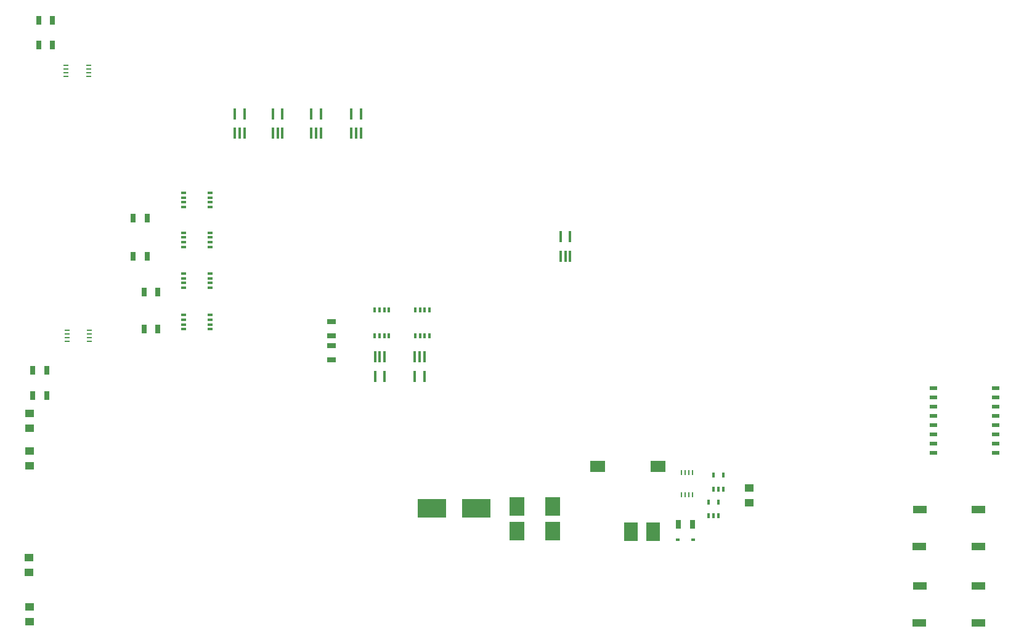
<source format=gbr>
G04 #@! TF.FileFunction,Paste,Top*
%FSLAX46Y46*%
G04 Gerber Fmt 4.6, Leading zero omitted, Abs format (unit mm)*
G04 Created by KiCad (PCBNEW 4.0.4+e1-6308~48~ubuntu15.10.1-stable) date Fri Apr 13 08:08:00 2018*
%MOMM*%
%LPD*%
G01*
G04 APERTURE LIST*
%ADD10C,0.100000*%
%ADD11R,0.350000X0.750000*%
%ADD12R,1.250000X1.000000*%
%ADD13R,0.750000X0.350000*%
%ADD14R,1.140000X0.620000*%
%ADD15R,0.400000X1.500000*%
%ADD16R,1.900000X1.000000*%
%ADD17R,2.100000X2.600000*%
%ADD18R,4.000000X2.500000*%
%ADD19R,0.750000X0.250000*%
%ADD20R,0.700000X1.300000*%
%ADD21R,0.600000X0.450000*%
%ADD22R,0.250000X0.750000*%
%ADD23R,0.400000X0.650000*%
%ADD24R,1.950000X2.500000*%
%ADD25R,2.150000X1.500000*%
%ADD26R,1.300000X0.700000*%
G04 APERTURE END LIST*
D10*
D11*
X85450240Y-64200000D03*
X86100240Y-64200000D03*
X86750240Y-64200000D03*
X87400240Y-64200000D03*
X85450240Y-67800000D03*
X86100240Y-67800000D03*
X87400240Y-67800000D03*
X86750240Y-67800000D03*
X91025000Y-64200000D03*
X91675000Y-64200000D03*
X92325000Y-64200000D03*
X92975000Y-64200000D03*
X91025000Y-67800000D03*
X91675000Y-67800000D03*
X92975000Y-67800000D03*
X92325000Y-67800000D03*
D12*
X37978040Y-83630000D03*
X37978040Y-85630000D03*
D13*
X59197240Y-66865840D03*
X59197240Y-66215840D03*
X59197240Y-65565840D03*
X59197240Y-64915840D03*
X62797240Y-66865840D03*
X62797240Y-66215840D03*
X62797240Y-64915840D03*
X62797240Y-65565840D03*
X59197240Y-61165840D03*
X59197240Y-60515840D03*
X59197240Y-59865840D03*
X59197240Y-59215840D03*
X62797240Y-61165840D03*
X62797240Y-60515840D03*
X62797240Y-59215840D03*
X62797240Y-59865840D03*
X59197240Y-55565840D03*
X59197240Y-54915840D03*
X59197240Y-54265840D03*
X59197240Y-53615840D03*
X62797240Y-55565840D03*
X62797240Y-54915840D03*
X62797240Y-53615840D03*
X62797240Y-54265840D03*
X59197240Y-50065840D03*
X59197240Y-49415840D03*
X59197240Y-48765840D03*
X59197240Y-48115840D03*
X62797240Y-50065840D03*
X62797240Y-49415840D03*
X62797240Y-48115840D03*
X62797240Y-48765840D03*
D14*
X170732240Y-74980840D03*
X170732240Y-76230840D03*
X170732240Y-77505840D03*
X170732240Y-78780840D03*
X170732240Y-80055840D03*
X170732240Y-81330840D03*
X170732240Y-82605840D03*
X170732240Y-83855840D03*
X162207240Y-74955840D03*
X162207240Y-82605840D03*
X162207240Y-81330840D03*
X162207240Y-80055840D03*
X162207240Y-78805840D03*
X162207240Y-77530840D03*
X162207240Y-76205840D03*
X162207240Y-83855840D03*
D15*
X111000000Y-56830000D03*
X111650000Y-56830000D03*
X112300000Y-56830000D03*
X112300000Y-54170000D03*
X111000000Y-54170000D03*
X66250000Y-39930000D03*
X66900000Y-39930000D03*
X67550000Y-39930000D03*
X67550000Y-37270000D03*
X66250000Y-37270000D03*
X71447240Y-39920840D03*
X72097240Y-39920840D03*
X72747240Y-39920840D03*
X72747240Y-37260840D03*
X71447240Y-37260840D03*
X76747240Y-39920840D03*
X77397240Y-39920840D03*
X78047240Y-39920840D03*
X78047240Y-37260840D03*
X76747240Y-37260840D03*
X82247240Y-39920840D03*
X82897240Y-39920840D03*
X83547240Y-39920840D03*
X83547240Y-37260840D03*
X82247240Y-37260840D03*
D16*
X160300000Y-96750000D03*
X168375000Y-96750000D03*
X160325000Y-91650000D03*
X168375000Y-91650000D03*
X160300000Y-107250000D03*
X168375000Y-107250000D03*
X160325000Y-102150000D03*
X168375000Y-102150000D03*
D17*
X105022440Y-91236800D03*
X109922440Y-91236800D03*
X105022440Y-94589600D03*
X109922440Y-94589600D03*
D18*
X93290000Y-91480000D03*
X99390000Y-91480000D03*
D19*
X43150000Y-68550000D03*
X43150000Y-68050000D03*
X43150000Y-67550000D03*
X43150000Y-67050000D03*
X46250000Y-68550000D03*
X46250000Y-68050000D03*
X46250000Y-67050000D03*
X46250000Y-67550000D03*
X43047240Y-32140840D03*
X43047240Y-31640840D03*
X43047240Y-31140840D03*
X43047240Y-30640840D03*
X46147240Y-32140840D03*
X46147240Y-31640840D03*
X46147240Y-30640840D03*
X46147240Y-31140840D03*
D12*
X37978040Y-80448400D03*
X37978040Y-78448400D03*
D20*
X38447240Y-72540840D03*
X40347240Y-72540840D03*
X38450000Y-75950000D03*
X40350000Y-75950000D03*
X39247240Y-27790840D03*
X41147240Y-27790840D03*
X39247240Y-24390840D03*
X41147240Y-24390840D03*
X52250000Y-56850000D03*
X54150000Y-56850000D03*
X52250000Y-51600000D03*
X54150000Y-51600000D03*
X53750000Y-66850000D03*
X55650000Y-66850000D03*
X53750000Y-61750000D03*
X55650000Y-61750000D03*
D12*
X38054240Y-105019600D03*
X38054240Y-107019600D03*
X37927240Y-100263200D03*
X37927240Y-98263200D03*
X136936440Y-88712800D03*
X136936440Y-90712800D03*
D21*
X129198040Y-95808800D03*
X127098040Y-95808800D03*
D20*
X129098040Y-93675200D03*
X127198040Y-93675200D03*
D22*
X129101240Y-89637200D03*
X128601240Y-89637200D03*
X128101240Y-89637200D03*
X127601240Y-89637200D03*
X129101240Y-86537200D03*
X128601240Y-86537200D03*
X127601240Y-86537200D03*
X128101240Y-86537200D03*
D23*
X132019240Y-88834000D03*
X133319240Y-88834000D03*
X132669240Y-88834000D03*
X133319240Y-86934000D03*
X132019240Y-86934000D03*
X131358840Y-92491600D03*
X132658840Y-92491600D03*
X132008840Y-92491600D03*
X132658840Y-90591600D03*
X131358840Y-90591600D03*
D24*
X123678640Y-94691200D03*
X120628640Y-94691200D03*
D25*
X124338040Y-85750400D03*
X116088040Y-85750400D03*
D26*
X79532440Y-69154000D03*
X79532440Y-71054000D03*
X79532440Y-67752000D03*
X79532440Y-65852000D03*
D15*
X86786440Y-70670000D03*
X86136440Y-70670000D03*
X85486440Y-70670000D03*
X85486440Y-73330000D03*
X86786440Y-73330000D03*
X92272840Y-70670000D03*
X91622840Y-70670000D03*
X90972840Y-70670000D03*
X90972840Y-73330000D03*
X92272840Y-73330000D03*
M02*

</source>
